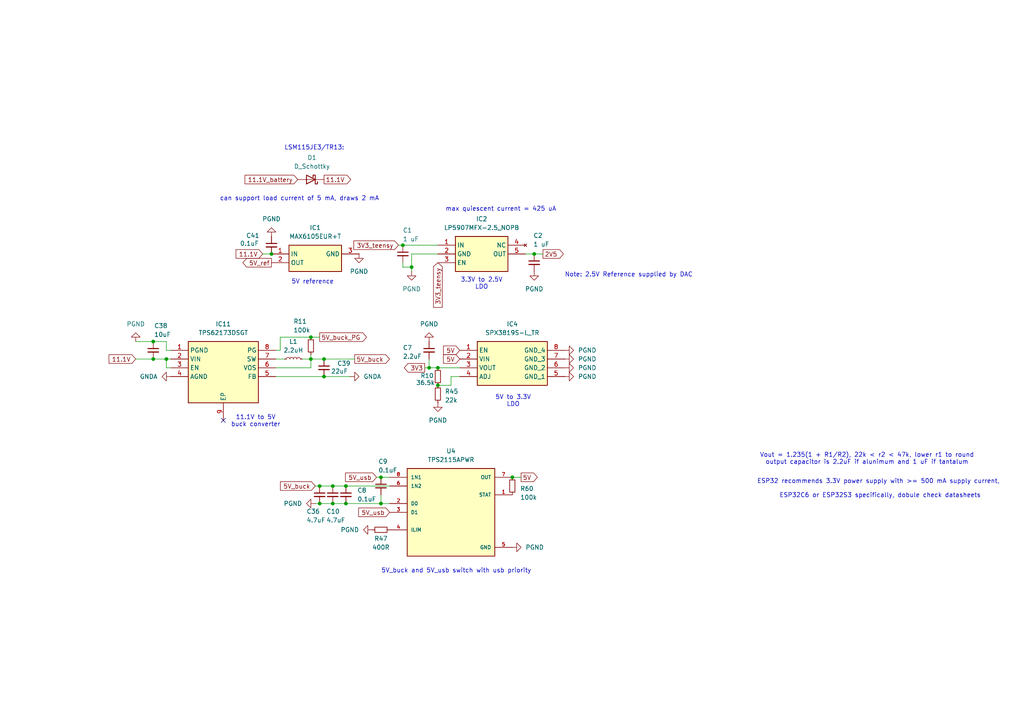
<source format=kicad_sch>
(kicad_sch (version 20250114) (generator "eeschema") (generator_version "9.0")
  (paper "A4")
  (lib_symbols
    (symbol "22XT_Main:LP5907MFX-2.5_NOPB"
      (property "Reference" "IC" (at 21.59 7.62 0))
      (property "Value" "LP5907MFX-2.5_NOPB" (at 21.59 5.08 0))
      (symbol "LP5907MFX-2.5_NOPB_1_1"
        (rectangle (start 5.08 2.54) (end 20.32 -7.62) (stroke (width 0.254)) (fill (type background)))
        (pin passive line (at 0 0 0) (length 5.08) (name "IN") (number "1"))
        (pin passive line (at 0 -2.54 0) (length 5.08) (name "GND") (number "2"))
        (pin passive line (at 0 -5.08 0) (length 5.08) (name "EN") (number "3"))
        (pin no_connect line (at 25.4 0 180) (length 5.08) (name "NC") (number "4"))
        (pin passive line (at 25.4 -2.54 180) (length 5.08) (name "OUT") (number "5"))
      )
    )
    (symbol "22XT_Main:MAX6105EUR+T"
      (property "Reference" "IC" (at 21.59 7.62 0))
      (property "Value" "MAX6105EUR+T" (at 21.59 5.08 0))
      (symbol "MAX6105EUR+T_1_1"
        (rectangle (start 5.08 2.54) (end 20.32 -5.08) (stroke (width 0.254)) (fill (type background)))
        (pin passive line (at 0 0 0) (length 5.08) (name "IN") (number "1"))
        (pin passive line (at 0 -2.54 0) (length 5.08) (name "OUT") (number "2"))
        (pin passive line (at 25.4 0 180) (length 5.08) (name "GND") (number "3"))
      )
    )
    (symbol "22XT_Main:SPX3819S-L_TR"
      (property "Reference" "IC" (at 26.67 7.62 0))
      (property "Value" "SPX3819S-L_TR" (at 26.67 5.08 0))
      (symbol "SPX3819S-L_TR_1_1"
        (rectangle (start 5.08 2.54) (end 25.4 -10.16) (stroke (width 0.254)) (fill (type background)))
        (pin passive line (at 0 0 0) (length 5.08) (name "EN") (number "1"))
        (pin passive line (at 0 -2.54 0) (length 5.08) (name "VIN") (number "2"))
        (pin passive line (at 0 -5.08 0) (length 5.08) (name "VOUT") (number "3"))
        (pin passive line (at 0 -7.62 0) (length 5.08) (name "ADJ") (number "4"))
        (pin passive line (at 30.48 0 180) (length 5.08) (name "GND_4") (number "8"))
        (pin passive line (at 30.48 -2.54 180) (length 5.08) (name "GND_3") (number "7"))
        (pin passive line (at 30.48 -5.08 180) (length 5.08) (name "GND_2") (number "6"))
        (pin passive line (at 30.48 -7.62 180) (length 5.08) (name "GND_1") (number "5"))
      )
    )
    (symbol "22XT_Main:TPS2115APWR" (pin_names (offset 1.016))
      (property "Reference" "U" (at -12.7 13.7 0))
      (property "Value" "TPS2115APWR" (at -12.7 -15.24 0))
      (symbol "TPS2115APWR_0_0"
        (rectangle (start -12.7 -12.7) (end 12.7 12.7) (stroke (width 0.254)) (fill (type background)))
        (pin input line (at -17.78 10.16 0) (length 5.08) (name "1N1") (number "8"))
        (pin input line (at -17.78 7.62 0) (length 5.08) (name "1N2") (number "6"))
        (pin input line (at -17.78 2.54 0) (length 5.08) (name "D0") (number "2"))
        (pin input line (at -17.78 0 0) (length 5.08) (name "D1") (number "3"))
        (pin passive line (at -17.78 -5.08 0) (length 5.08) (name "ILIM") (number "4"))
        (pin output line (at 17.78 10.16 180) (length 5.08) (name "OUT") (number "7"))
        (pin output line (at 17.78 5.08 180) (length 5.08) (name "STAT") (number "1"))
        (pin power_in line (at 17.78 -10.16 180) (length 5.08) (name "GND") (number "5"))
      )
    )
    (symbol "22XT_Main:TPS62173DSGT"
      (property "Reference" "IC" (at 26.67 7.62 0))
      (property "Value" "TPS62173DSGT" (at 26.67 5.08 0))
      (symbol "TPS62173DSGT_1_1"
        (rectangle (start 5.08 2.54) (end 25.4 -15.24) (stroke (width 0.254)) (fill (type background)))
        (pin passive line (at 0 0 0) (length 5.08) (name "PGND") (number "1"))
        (pin passive line (at 0 -2.54 0) (length 5.08) (name "VIN") (number "2"))
        (pin passive line (at 0 -5.08 0) (length 5.08) (name "EN") (number "3"))
        (pin passive line (at 0 -7.62 0) (length 5.08) (name "AGND") (number "4"))
        (pin passive line (at 15.24 -20.32 90) (length 5.08) (name "EP") (number "9"))
        (pin passive line (at 30.48 0 180) (length 5.08) (name "PG") (number "8"))
        (pin passive line (at 30.48 -2.54 180) (length 5.08) (name "SW") (number "7"))
        (pin passive line (at 30.48 -5.08 180) (length 5.08) (name "VOS") (number "6"))
        (pin passive line (at 30.48 -7.62 180) (length 5.08) (name "FB") (number "5"))
      )
    )
    (symbol "Device:C_Small" (pin_numbers (hide yes)) (pin_names (offset 0.254) (hide yes))
      (property "Reference" "C" (at 0.254 1.778 0))
      (property "Value" "C_Small" (at 0.254 -2.032 0))
      (symbol "C_Small_0_1"
        (polyline (pts (xy -1.524 0.508) (xy 1.524 0.508)) (stroke (width 0.3048)))
        (polyline (pts (xy -1.524 -0.508) (xy 1.524 -0.508)) (stroke (width 0.3302)))
      )
      (symbol "C_Small_1_1"
        (pin passive line (at 0 2.54 270) (length 2.032) (name "~") (number "1"))
        (pin passive line (at 0 -2.54 90) (length 2.032) (name "~") (number "2"))
      )
    )
    (symbol "Device:D_Schottky" (pin_numbers (hide yes)) (pin_names (offset 1.016) (hide yes))
      (property "Reference" "D" (at 0 2.54 0))
      (property "Value" "D_Schottky" (at 0 -2.54 0))
      (symbol "D_Schottky_0_1"
        (polyline (pts (xy -1.905 0.635) (xy -1.905 1.27) (xy -1.27 1.27) (xy -1.27 -1.27) (xy -0.635 -1.27) (xy -0.635 -0.635)) (stroke (width 0.254)))
        (polyline (pts (xy 1.27 1.27) (xy 1.27 -1.27) (xy -1.27 0) (xy 1.27 1.27)) (stroke (width 0.254)))
        (polyline (pts (xy 1.27 0) (xy -1.27 0)))
      )
      (symbol "D_Schottky_1_1"
        (pin passive line (at -3.81 0 0) (length 2.54) (name "K") (number "1"))
        (pin passive line (at 3.81 0 180) (length 2.54) (name "A") (number "2"))
      )
    )
    (symbol "Device:L_Small" (pin_numbers (hide yes)) (pin_names (offset 0.254) (hide yes))
      (property "Reference" "L" (at 0.762 1.016 0))
      (property "Value" "L_Small" (at 0.762 -1.016 0))
      (symbol "L_Small_0_1"
        (arc (start 0 2.032) (mid 0.5058 1.524) (end 0 1.016))
        (arc (start 0 1.016) (mid 0.5058 0.508) (end 0 0))
        (arc (start 0 0) (mid 0.5058 -0.508) (end 0 -1.016))
        (arc (start 0 -1.016) (mid 0.5058 -1.524) (end 0 -2.032))
      )
      (symbol "L_Small_1_1"
        (pin passive line (at 0 2.54 270) (length 0.508) (name "~") (number "1"))
        (pin passive line (at 0 -2.54 90) (length 0.508) (name "~") (number "2"))
      )
    )
    (symbol "Device:R_Small" (pin_numbers (hide yes)) (pin_names (offset 0.254) (hide yes))
      (property "Reference" "R" (at 0.762 0.508 0))
      (property "Value" "R_Small" (at 0.762 -1.016 0))
      (symbol "R_Small_0_1"
        (rectangle (start -0.762 1.778) (end 0.762 -1.778) (stroke (width 0.2032)))
      )
      (symbol "R_Small_1_1"
        (pin passive line (at 0 2.54 270) (length 0.762) (name "~") (number "1"))
        (pin passive line (at 0 -2.54 90) (length 0.762) (name "~") (number "2"))
      )
    )
    (symbol "power:GNDA" (power) (pin_numbers (hide yes)) (pin_names (offset 0) (hide yes))
      (property "Value" "GNDA" (at 0 -3.81 0))
      (symbol "GNDA_0_1"
        (polyline (pts (xy 0 0) (xy 0 -1.27) (xy 1.27 -1.27) (xy 0 -2.54) (xy -1.27 -1.27) (xy 0 -1.27)))
      )
      (symbol "GNDA_1_1"
        (pin power_in line (at 0 0 270) (length 0) (name "~") (number "1"))
      )
    )
  )
  (text "LSM115JE3/TR13:" (at 91.186 42.926 0) (effects (font (size 1.27 1.27))))
  (text "5V to 3.3V\nLDO" (at 148.844 116.332 0) (effects (font (size 1.27 1.27))))
  (text "11.1V to 5V\nbuck converter" (at 74.168 122.174 0) (effects (font (size 1.27 1.27))))
  (text "5V_buck and 5V_usb switch with usb priority\n" (at 132.334 165.608 0) (effects (font (size 1.27 1.27))))
  (text "max quiescent current = 425 uA" (at 145.288 60.706 0) (effects (font (size 1.27 1.27))))
  (text "ESP32 recommends 3.3V power supply with >= 500 mA supply current, \n\nESP32C6 or ESP32S3 specifically, dobule check datasheets\n" (at 255.27 141.732 0) (effects (font (size 1.27 1.27))))
  (text "5V reference\n" (at 90.678 81.788 0) (effects (font (size 1.27 1.27))))
  (text "can support load current of 5 mA, draws 2 mA" (at 86.868 57.658 0) (effects (font (size 1.27 1.27))))
  (text "Vout = 1.235(1 + R1/R2), 22k < r2 < 47k, lower r1 to round\noutput capacitor is 2.2uF if alunimum and 1 uF if tantalum" (at 251.46 133.096 0) (effects (font (size 1.27 1.27))))
  (text "3.3V to 2.5V\nLDO" (at 139.7 82.296 0) (effects (font (size 1.27 1.27))))
  (text "Note: 2.5V Reference supplied by DAC" (at 182.372 79.756 0) (effects (font (size 1.27 1.27))))
  (junction (at 124.46 106.68))
  (junction (at 93.98 109.22))
  (junction (at 78.74 73.66))
  (junction (at 100.33 140.97))
  (junction (at 148.59 138.43))
  (junction (at 90.17 97.79))
  (junction (at 92.71 140.97))
  (junction (at 44.45 99.06))
  (junction (at 110.49 146.05))
  (junction (at 44.45 104.14))
  (junction (at 154.94 73.66))
  (junction (at 119.38 77.47))
  (junction (at 96.52 140.97))
  (junction (at 90.17 104.14))
  (junction (at 116.84 71.12))
  (junction (at 127 106.68))
  (junction (at 93.98 104.14))
  (junction (at 96.52 146.05))
  (junction (at 100.33 146.05))
  (junction (at 92.71 146.05))
  (junction (at 48.26 104.14))
  (junction (at 110.49 138.43))
  (junction (at 127 111.76))
  (no_connect (at 64.77 121.92))
  (wire (pts (xy 96.52 146.05) (xy 100.33 146.05)))
  (wire (pts (xy 90.17 104.14) (xy 93.98 104.14)))
  (wire (pts (xy 81.28 97.79) (xy 90.17 97.79)))
  (wire (pts (xy 151.13 138.43) (xy 148.59 138.43)))
  (wire (pts (xy 48.26 101.6) (xy 49.53 101.6)))
  (wire (pts (xy 116.84 77.47) (xy 116.84 76.2)))
  (wire (pts (xy 110.49 146.05) (xy 113.03 146.05)))
  (wire (pts (xy 100.33 146.05) (xy 110.49 146.05)))
  (wire (pts (xy 157.48 73.66) (xy 154.94 73.66)))
  (wire (pts (xy 119.38 78.74) (xy 119.38 77.47)))
  (wire (pts (xy 39.37 104.14) (xy 44.45 104.14)))
  (wire (pts (xy 119.38 77.47) (xy 116.84 77.47)))
  (wire (pts (xy 48.26 106.68) (xy 48.26 104.14)))
  (wire (pts (xy 90.17 104.14) (xy 90.17 106.68)))
  (wire (pts (xy 80.01 101.6) (xy 81.28 101.6)))
  (wire (pts (xy 101.6 109.22) (xy 93.98 109.22)))
  (wire (pts (xy 154.94 73.66) (xy 152.4 73.66)))
  (wire (pts (xy 127 111.76) (xy 130.81 111.76)))
  (wire (pts (xy 109.22 138.43) (xy 110.49 138.43)))
  (wire (pts (xy 90.17 97.79) (xy 92.71 97.79)))
  (wire (pts (xy 119.38 73.66) (xy 127 73.66)))
  (wire (pts (xy 80.01 104.14) (xy 82.55 104.14)))
  (wire (pts (xy 91.44 146.05) (xy 92.71 146.05)))
  (wire (pts (xy 96.52 140.97) (xy 100.33 140.97)))
  (wire (pts (xy 130.81 109.22) (xy 133.35 109.22)))
  (wire (pts (xy 48.26 104.14) (xy 49.53 104.14)))
  (wire (pts (xy 110.49 138.43) (xy 113.03 138.43)))
  (wire (pts (xy 127 106.68) (xy 133.35 106.68)))
  (wire (pts (xy 116.84 71.12) (xy 127 71.12)))
  (wire (pts (xy 93.98 109.22) (xy 80.01 109.22)))
  (wire (pts (xy 124.46 104.14) (xy 124.46 106.68)))
  (wire (pts (xy 80.01 106.68) (xy 90.17 106.68)))
  (wire (pts (xy 49.53 106.68) (xy 48.26 106.68)))
  (wire (pts (xy 87.63 104.14) (xy 90.17 104.14)))
  (wire (pts (xy 92.71 146.05) (xy 96.52 146.05)))
  (wire (pts (xy 91.44 140.97) (xy 92.71 140.97)))
  (wire (pts (xy 115.57 71.12) (xy 116.84 71.12)))
  (wire (pts (xy 100.33 140.97) (xy 113.03 140.97)))
  (wire (pts (xy 44.45 104.14) (xy 48.26 104.14)))
  (wire (pts (xy 48.26 99.06) (xy 48.26 101.6)))
  (wire (pts (xy 39.37 99.06) (xy 44.45 99.06)))
  (wire (pts (xy 110.49 143.51) (xy 110.49 146.05)))
  (wire (pts (xy 92.71 140.97) (xy 96.52 140.97)))
  (wire (pts (xy 90.17 102.87) (xy 90.17 104.14)))
  (wire (pts (xy 130.81 111.76) (xy 130.81 109.22)))
  (wire (pts (xy 102.87 104.14) (xy 93.98 104.14)))
  (wire (pts (xy 123.19 106.68) (xy 124.46 106.68)))
  (wire (pts (xy 44.45 99.06) (xy 48.26 99.06)))
  (wire (pts (xy 76.2 73.66) (xy 78.74 73.66)))
  (wire (pts (xy 119.38 77.47) (xy 119.38 73.66)))
  (wire (pts (xy 124.46 106.68) (xy 127 106.68)))
  (wire (pts (xy 81.28 101.6) (xy 81.28 97.79)))
  (global_label "5V" (shape input) (at 133.35 104.14 180) (property "Intersheetrefs" "${INTERSHEET_REFS}" (effects (hide yes))))
  (global_label "3V3_teensy" (shape input) (at 115.57 71.12 180) (property "Intersheetrefs" "${INTERSHEET_REFS}" (effects (hide yes))))
  (global_label "3V3_teensy" (shape input) (at 127 76.2 270) (property "Intersheetrefs" "${INTERSHEET_REFS}" (effects (hide yes))))
  (global_label "5V" (shape output) (at 151.13 138.43 0) (property "Intersheetrefs" "${INTERSHEET_REFS}" (effects (hide yes))))
  (global_label "5V_usb" (shape input) (at 113.03 148.59 180) (property "Intersheetrefs" "${INTERSHEET_REFS}" (effects (hide yes))))
  (global_label "5V_usb" (shape input) (at 109.22 138.43 180) (property "Intersheetrefs" "${INTERSHEET_REFS}" (effects (hide yes))))
  (global_label "5V_buck" (shape input) (at 91.44 140.97 180) (property "Intersheetrefs" "${INTERSHEET_REFS}" (effects (hide yes))))
  (global_label "3V3" (shape output) (at 123.19 106.68 180) (property "Intersheetrefs" "${INTERSHEET_REFS}" (effects (hide yes))))
  (global_label "5V_buck" (shape output) (at 102.87 104.14 0) (property "Intersheetrefs" "${INTERSHEET_REFS}" (effects (hide yes))))
  (global_label "11.1V" (shape input) (at 76.2 73.66 180) (property "Intersheetrefs" "${INTERSHEET_REFS}" (effects (hide yes))))
  (global_label "5V" (shape input) (at 133.35 101.6 180) (property "Intersheetrefs" "${INTERSHEET_REFS}" (effects (hide yes))))
  (global_label "11.1V" (shape input) (at 39.37 104.14 180) (property "Intersheetrefs" "${INTERSHEET_REFS}" (effects (hide yes))))
  (global_label "5V_buck_PG" (shape output) (at 92.71 97.79 0) (property "Intersheetrefs" "${INTERSHEET_REFS}" (effects (hide yes))))
  (global_label "11.1V" (shape output) (at 93.98 52.07 0) (property "Intersheetrefs" "${INTERSHEET_REFS}" (effects (hide yes))))
  (global_label "5V_ref" (shape output) (at 78.74 76.2 180) (property "Intersheetrefs" "${INTERSHEET_REFS}" (effects (hide yes))))
  (global_label "2V5" (shape output) (at 157.48 73.66 0) (property "Intersheetrefs" "${INTERSHEET_REFS}" (effects (hide yes))))
  (global_label "11.1V_battery" (shape input) (at 86.36 52.07 180) (property "Intersheetrefs" "${INTERSHEET_REFS}" (effects (hide yes))))
  (symbol (lib_id "Device:R_Small") (at 127 109.22 0) (unit 1)
    (property "Reference" "R10" (at 121.92 108.966 0) (effects (justify left)))
    (property "Value" "36.5k" (at 120.65 110.998 0) (effects (justify left)))
    (property "Footprint" "Resistor_SMD:R_0402_1005Metric" (effects (hide yes)))
    (property "Description" "Resistor, small symbol" (effects (hide yes)))
  )
  (symbol (lib_id "power:GNDA") (at 127 116.84 0) (unit 1)
    (property "Reference" "#PWR033" (effects (hide yes)))
    (property "Value" "PGND" (at 127 121.92 0))
    (property "Description" "Power symbol creates a global label with name \"GNDA\" , analog ground" (effects (hide yes)))
  )
  (symbol (lib_id "Device:D_Schottky") (at 90.17 52.07 180) (unit 1)
    (property "Reference" "D1" (at 90.4875 45.72 0))
    (property "Value" "D_Schottky" (at 90.4875 48.26 0))
    (property "Footprint" "22XT_Main:DO-214BA_MCH" (effects (hide yes)))
    (property "Description" "Schottky diode" (effects (hide yes)))
  )
  (symbol (lib_id "power:GNDA") (at 119.38 78.74 0) (unit 1)
    (property "Reference" "#PWR011" (effects (hide yes)))
    (property "Value" "PGND" (at 119.38 83.82 0))
    (property "Description" "Power symbol creates a global label with name \"GNDA\" , analog ground" (effects (hide yes)))
  )
  (symbol (lib_id "22XT_Main:TPS62173DSGT") (at 49.53 101.6 0) (unit 1)
    (property "Reference" "IC11" (at 64.77 93.98 0))
    (property "Value" "TPS62173DSGT" (at 64.77 96.52 0))
    (property "Footprint" "22XT_Main:SON50P200X200X80-9N" (effects (hide yes)))
    (property "Datasheet" "http://www.ti.com/lit/gpn/tps62173" (effects (hide yes)))
    (property "Description" "317V 0.5A Step-Down Converter in 2x2 QFN package" (effects (hide yes)))
    (property "Height" "0.8" (effects (hide yes)))
    (property "Mouser Part Number" "595-TPS62173DSGT" (effects (hide yes)))
    (property "Mouser Price/Stock" "https://www.mouser.co.uk/ProductDetail/Texas-Instruments/TPS62173DSGT?qs=gXEV9p%2FxLgfTBYNt8DeoOw%3D%3D" (effects (hide yes)))
    (property "Manufacturer_Name" "Texas Instruments" (effects (hide yes)))
    (property "Manufacturer_Part_Number" "TPS62173DSGT" (effects (hide yes)))
  )
  (symbol (lib_id "power:GNDA") (at 148.59 158.75 90) (unit 1)
    (property "Reference" "#PWR058" (effects (hide yes)))
    (property "Value" "PGND" (at 152.4 158.7499 90) (effects (justify right)))
    (property "Description" "Power symbol creates a global label with name \"GNDA\" , analog ground" (effects (hide yes)))
  )
  (symbol (lib_id "22XT_Main:MAX6105EUR+T") (at 78.74 73.66 0) (unit 1)
    (property "Reference" "IC1" (at 91.44 66.04 0))
    (property "Value" "MAX6105EUR+T" (at 91.44 68.58 0))
    (property "Footprint" "Package_TO_SOT_SMD:SOT-23-3" (effects (hide yes)))
    (property "Datasheet" "https://pdfserv.maximintegrated.com/en/ds/MAX6100-MAX6107.pdf" (effects (hide yes)))
    (property "Description" "Maxim MAX6105EUR+T, Fixed Series Voltage Reference 5V, +/-0.4 % 3-Pin, SOT-23" (effects (hide yes)))
    (property "Height" "1.194" (effects (hide yes)))
    (property "Mouser Part Number" "700-MAX6105EURT" (effects (hide yes)))
    (property "Mouser Price/Stock" "https://www.mouser.co.uk/ProductDetail/Analog-Devices-Maxim-Integrated/MAX6105EUR%2bT?qs=9Cj2FLRihcMZJTQ6uQcy7g%3D%3D" (effects (hide yes)))
    (property "Manufacturer_Name" "Analog Devices" (effects (hide yes)))
    (property "Manufacturer_Part_Number" "MAX6105EUR+T" (effects (hide yes)))
  )
  (symbol (lib_id "power:GNDA") (at 78.74 68.58 180) (unit 1)
    (property "Reference" "#PWR056" (effects (hide yes)))
    (property "Value" "PGND" (at 78.74 63.5 0))
    (property "Description" "Power symbol creates a global label with name \"GNDA\" , analog ground" (effects (hide yes)))
  )
  (symbol (lib_id "22XT_Main:LP5907MFX-2.5_NOPB") (at 127 71.12 0) (unit 1)
    (property "Reference" "IC2" (at 139.7 63.5 0))
    (property "Value" "LP5907MFX-2.5_NOPB" (at 139.7 66.04 0))
    (property "Footprint" "Package_TO_SOT_SMD:SOT-23-5" (effects (hide yes)))
    (property "Datasheet" "http://www.ti.com/lit/ds/symlink/lp5907.pdf" (effects (hide yes)))
    (property "Description" "250-mA ultra-low-noise low-IQ low-dropout (LDO) linear regulator" (effects (hide yes)))
    (property "Height" "1.45" (effects (hide yes)))
    (property "Mouser Part Number" "595-LP5907MFX2.5NOPB" (effects (hide yes)))
    (property "Mouser Price/Stock" "https://www.mouser.co.uk/ProductDetail/Texas-Instruments/LP5907MFX-2.5-NOPB?qs=Lb6%252B0IsOw48doB%252BHU%252BzWVg%3D%3D" (effects (hide yes)))
    (property "Manufacturer_Name" "Texas Instruments" (effects (hide yes)))
    (property "Manufacturer_Part_Number" "LP5907MFX-2.5/NOPB" (effects (hide yes)))
  )
  (symbol (lib_id "Device:C_Small") (at 44.45 101.6 0) (unit 1)
    (property "Reference" "C38" (at 44.704 94.488 0) (effects (justify left)))
    (property "Value" "10uF" (at 44.704 97.028 0) (effects (justify left)))
    (property "Footprint" "Capacitor_SMD:C_0402_1005Metric" (effects (hide yes)))
    (property "Description" "Unpolarized capacitor, small symbol" (effects (hide yes)))
  )
  (symbol (lib_id "Device:C_Small") (at 78.74 71.12 0) (unit 1)
    (property "Reference" "C41" (at 71.374 68.326 0) (effects (justify left)))
    (property "Value" "0.1uF" (at 69.596 70.612 0) (effects (justify left)))
    (property "Footprint" "Capacitor_SMD:C_0402_1005Metric" (effects (hide yes)))
    (property "Description" "Unpolarized capacitor, small symbol" (effects (hide yes)))
  )
  (symbol (lib_id "Device:C_Small") (at 100.33 143.51 0) (unit 1)
    (property "Reference" "C8" (at 103.632 142.24 0) (effects (justify left)))
    (property "Value" "0.1uF" (at 103.632 144.78 0) (effects (justify left)))
    (property "Footprint" "Capacitor_SMD:C_0402_1005Metric" (effects (hide yes)))
    (property "Description" "Unpolarized capacitor, small symbol" (effects (hide yes)))
  )
  (symbol (lib_id "Device:R_Small") (at 90.17 100.33 0) (unit 1)
    (property "Reference" "R11" (at 85.09 93.218 0) (effects (justify left)))
    (property "Value" "100k" (at 85.09 95.758 0) (effects (justify left)))
    (property "Footprint" "Resistor_SMD:R_0402_1005Metric" (effects (hide yes)))
    (property "Description" "Resistor, small symbol" (effects (hide yes)))
  )
  (symbol (lib_id "Device:C_Small") (at 92.71 143.51 0) (unit 1)
    (property "Reference" "C36" (at 88.9 148.336 0) (effects (justify left)))
    (property "Value" "4.7uF" (at 88.9 150.876 0) (effects (justify left)))
    (property "Footprint" "Capacitor_SMD:C_0402_1005Metric" (effects (hide yes)))
    (property "Description" "Unpolarized capacitor, small symbol" (effects (hide yes)))
  )
  (symbol (lib_id "Device:R_Small") (at 148.59 140.97 0) (unit 1)
    (property "Reference" "R60" (at 150.876 141.732 0) (effects (justify left)))
    (property "Value" "100k" (at 150.876 144.272 0) (effects (justify left)))
    (property "Footprint" "Resistor_SMD:R_0402_1005Metric" (effects (hide yes)))
    (property "Description" "Resistor, small symbol" (effects (hide yes)))
  )
  (symbol (lib_id "Device:C_Small") (at 93.98 106.68 0) (unit 1)
    (property "Reference" "C39" (at 97.79 105.41 0) (effects (justify left)))
    (property "Value" "22uF" (at 96.012 107.696 0) (effects (justify left)))
    (property "Footprint" "Capacitor_SMD:C_0402_1005Metric" (effects (hide yes)))
    (property "Description" "Unpolarized capacitor, small symbol" (effects (hide yes)))
  )
  (symbol (lib_id "power:GNDA") (at 101.6 109.22 90) (unit 1)
    (property "Reference" "#PWR074" (effects (hide yes)))
    (property "Value" "GNDA" (at 105.41 109.2199 90) (effects (justify right)))
    (property "Description" "Power symbol creates a global label with name \"GNDA\" , analog ground" (effects (hide yes)))
  )
  (symbol (lib_id "Device:C_Small") (at 116.84 73.66 0) (unit 1)
    (property "Reference" "C1" (at 116.84 66.802 0) (effects (justify left)))
    (property "Value" "1 uF" (at 116.84 69.342 0) (effects (justify left)))
    (property "Footprint" "Capacitor_SMD:C_0402_1005Metric" (effects (hide yes)))
    (property "Description" "Unpolarized capacitor, small symbol" (effects (hide yes)))
  )
  (symbol (lib_id "power:GNDA") (at 163.83 101.6 90) (unit 1)
    (property "Reference" "#PWR047" (effects (hide yes)))
    (property "Value" "PGND" (at 167.64 101.5999 90) (effects (justify right)))
    (property "Description" "Power symbol creates a global label with name \"GNDA\" , analog ground" (effects (hide yes)))
  )
  (symbol (lib_id "power:GNDA") (at 104.14 73.66 0) (unit 1)
    (property "Reference" "#PWR07" (effects (hide yes)))
    (property "Value" "PGND" (at 104.14 78.74 0))
    (property "Description" "Power symbol creates a global label with name \"GNDA\" , analog ground" (effects (hide yes)))
  )
  (symbol (lib_id "power:GNDA") (at 124.46 99.06 180) (unit 1)
    (property "Reference" "#PWR046" (effects (hide yes)))
    (property "Value" "PGND" (at 124.46 93.98 0))
    (property "Description" "Power symbol creates a global label with name \"GNDA\" , analog ground" (effects (hide yes)))
  )
  (symbol (lib_id "Device:C_Small") (at 110.49 140.97 0) (unit 1)
    (property "Reference" "C9" (at 109.728 133.858 0) (effects (justify left)))
    (property "Value" "0.1uF" (at 109.728 136.398 0) (effects (justify left)))
    (property "Footprint" "Capacitor_SMD:C_0402_1005Metric" (effects (hide yes)))
    (property "Description" "Unpolarized capacitor, small symbol" (effects (hide yes)))
  )
  (symbol (lib_id "power:GNDA") (at 163.83 109.22 90) (unit 1)
    (property "Reference" "#PWR051" (effects (hide yes)))
    (property "Value" "PGND" (at 167.64 109.2199 90) (effects (justify right)))
    (property "Description" "Power symbol creates a global label with name \"GNDA\" , analog ground" (effects (hide yes)))
  )
  (symbol (lib_id "power:GNDA") (at 49.53 109.22 270) (unit 1)
    (property "Reference" "#PWR073" (effects (hide yes)))
    (property "Value" "GNDA" (at 45.72 109.2199 90) (effects (justify right)))
    (property "Description" "Power symbol creates a global label with name \"GNDA\" , analog ground" (effects (hide yes)))
  )
  (symbol (lib_id "Device:C_Small") (at 96.52 143.51 0) (unit 1)
    (property "Reference" "C10" (at 94.6589 148.336 0) (effects (justify left)))
    (property "Value" "4.7uF" (at 94.6589 150.876 0) (effects (justify left)))
    (property "Footprint" "Capacitor_SMD:C_0402_1005Metric" (effects (hide yes)))
    (property "Description" "Unpolarized capacitor, small symbol" (effects (hide yes)))
  )
  (symbol (lib_id "22XT_Main:TPS2115APWR") (at 130.81 148.59 0) (unit 1)
    (property "Reference" "U4" (at 130.81 130.81 0))
    (property "Value" "TPS2115APWR" (at 130.81 133.35 0))
    (property "Footprint" "22XT_Main:SOP65P640X120-8N" (effects (hide yes)))
    (property "PARTREV" "F" (effects (hide yes)))
    (property "MANUFACTURER" "Texas Instruments" (effects (hide yes)))
    (property "MAXIMUM_PACKAGE_HEIGHT" "1.2 mm" (effects (hide yes)))
    (property "STANDARD" "IPC 7351B" (effects (hide yes)))
  )
  (symbol (lib_id "power:GNDA") (at 163.83 104.14 90) (unit 1)
    (property "Reference" "#PWR048" (effects (hide yes)))
    (property "Value" "PGND" (at 167.64 104.1399 90) (effects (justify right)))
    (property "Description" "Power symbol creates a global label with name \"GNDA\" , analog ground" (effects (hide yes)))
  )
  (symbol (lib_id "Device:R_Small") (at 127 114.3 0) (unit 1)
    (property "Reference" "R45" (at 129.032 113.538 0) (effects (justify left)))
    (property "Value" "22k" (at 129.032 116.078 0) (effects (justify left)))
    (property "Footprint" "Resistor_SMD:R_0402_1005Metric" (effects (hide yes)))
    (property "Description" "Resistor, small symbol" (effects (hide yes)))
  )
  (symbol (lib_id "power:GNDA") (at 39.37 99.06 180) (unit 1)
    (property "Reference" "#PWR031" (effects (hide yes)))
    (property "Value" "PGND" (at 39.37 93.98 0))
    (property "Description" "Power symbol creates a global label with name \"GNDA\" , analog ground" (effects (hide yes)))
  )
  (symbol (lib_id "power:GNDA") (at 107.95 153.67 270) (unit 1)
    (property "Reference" "#PWR054" (effects (hide yes)))
    (property "Value" "PGND" (at 104.14 153.6699 90) (effects (justify right)))
    (property "Description" "Power symbol creates a global label with name \"GNDA\" , analog ground" (effects (hide yes)))
  )
  (symbol (lib_id "power:GNDA") (at 163.83 106.68 90) (unit 1)
    (property "Reference" "#PWR050" (effects (hide yes)))
    (property "Value" "PGND" (at 167.64 106.68 90) (effects (justify right)))
    (property "Description" "Power symbol creates a global label with name \"GNDA\" , analog ground" (effects (hide yes)))
  )
  (symbol (lib_id "power:GNDA") (at 91.44 146.05 270) (unit 1)
    (property "Reference" "#PWR055" (effects (hide yes)))
    (property "Value" "PGND" (at 87.63 146.0499 90) (effects (justify right)))
    (property "Description" "Power symbol creates a global label with name \"GNDA\" , analog ground" (effects (hide yes)))
  )
  (symbol (lib_id "Device:L_Small") (at 85.09 104.14 90) (unit 1)
    (property "Reference" "L1" (at 85.09 99.06 90))
    (property "Value" "2.2uH" (at 85.09 101.6 90))
    (property "Footprint" "Inductor_SMD:L_0402_1005Metric" (effects (hide yes)))
    (property "Description" "Inductor, small symbol" (effects (hide yes)))
  )
  (symbol (lib_id "Device:C_Small") (at 154.94 76.2 0) (unit 1)
    (property "Reference" "C2" (at 154.686 68.326 0) (effects (justify left)))
    (property "Value" "1 uF" (at 154.686 70.866 0) (effects (justify left)))
    (property "Footprint" "Capacitor_SMD:C_0402_1005Metric" (effects (hide yes)))
    (property "Description" "Unpolarized capacitor, small symbol" (effects (hide yes)))
  )
  (symbol (lib_id "Device:R_Small") (at 110.49 153.67 270) (unit 1)
    (property "Reference" "R47" (at 110.49 156.21 90))
    (property "Value" "400R" (at 110.49 158.75 90))
    (property "Footprint" "Resistor_SMD:R_0402_1005Metric" (effects (hide yes)))
    (property "Description" "Resistor, small symbol" (effects (hide yes)))
  )
  (symbol (lib_id "power:GNDA") (at 154.94 78.74 0) (unit 1)
    (property "Reference" "#PWR09" (effects (hide yes)))
    (property "Value" "PGND" (at 154.94 83.82 0))
    (property "Description" "Power symbol creates a global label with name \"GNDA\" , analog ground" (effects (hide yes)))
  )
  (symbol (lib_id "22XT_Main:SPX3819S-L_TR") (at 133.35 101.6 0) (unit 1)
    (property "Reference" "IC4" (at 148.59 93.98 0))
    (property "Value" "SPX3819S-L_TR" (at 148.59 96.52 0))
    (property "Footprint" "22XT_Main:SOIC127P600X175-8N" (effects (hide yes)))
    (property "Datasheet" "https://www.maxlinear.com/document?id=22106" (effects (hide yes)))
    (property "Description" "LDO Voltage Regulators 500mA LOW NOISE LDO" (effects (hide yes)))
    (property "Height" "1.75" (effects (hide yes)))
    (property "Mouser Part Number" "701-SPX3819S-L/TR" (effects (hide yes)))
    (property "Mouser Price/Stock" "https://www.mouser.co.uk/ProductDetail/MaxLinear/SPX3819S-L-TR?qs=S%2FCBhQS5rCrzMX4peN58gQ%3D%3D" (effects (hide yes)))
    (property "Manufacturer_Name" "MaxLinear, Inc." (effects (hide yes)))
    (property "Manufacturer_Part_Number" "SPX3819S-L/TR" (effects (hide yes)))
  )
  (symbol (lib_id "Device:C_Small") (at 124.46 101.6 0) (unit 1)
    (property "Reference" "C7" (at 116.84 100.838 0) (effects (justify left)))
    (property "Value" "2.2uF" (at 116.84 103.378 0) (effects (justify left)))
    (property "Footprint" "Capacitor_SMD:C_0402_1005Metric" (effects (hide yes)))
    (property "Description" "Unpolarized capacitor, small symbol" (effects (hide yes)))
  )
)
</source>
